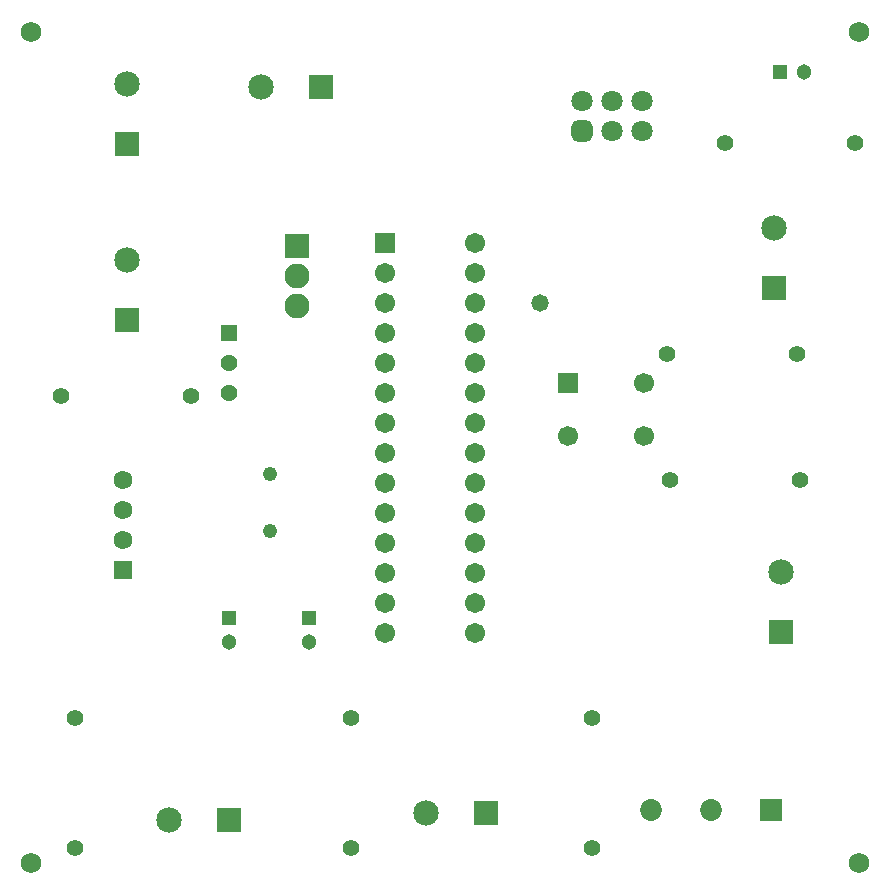
<source format=gbs>
G04*
G04 #@! TF.GenerationSoftware,Altium Limited,Altium Designer,25.2.1 (25)*
G04*
G04 Layer_Color=16711935*
%FSLAX25Y25*%
%MOIN*%
G70*
G04*
G04 #@! TF.SameCoordinates,06D7508E-8D86-4BD8-A93B-F394D34A9F42*
G04*
G04*
G04 #@! TF.FilePolarity,Negative*
G04*
G01*
G75*
%ADD16C,0.07296*%
%ADD17R,0.07296X0.07296*%
%ADD18C,0.08477*%
%ADD19R,0.08477X0.08477*%
%ADD20C,0.05524*%
%ADD21C,0.05635*%
%ADD22R,0.05635X0.05635*%
%ADD23R,0.05131X0.05131*%
%ADD24C,0.05131*%
%ADD25C,0.08320*%
%ADD26R,0.08320X0.08320*%
%ADD27C,0.06800*%
%ADD28C,0.04765*%
%ADD29R,0.05131X0.05131*%
%ADD30R,0.06706X0.06706*%
%ADD31C,0.06706*%
%ADD32R,0.08477X0.08477*%
%ADD33C,0.06698*%
%ADD34R,0.06698X0.06698*%
%ADD35R,0.06272X0.06272*%
%ADD36C,0.06272*%
%ADD37C,0.07099*%
G04:AMPARAMS|DCode=38|XSize=70.99mil|YSize=70.99mil|CornerRadius=19.75mil|HoleSize=0mil|Usage=FLASHONLY|Rotation=0.000|XOffset=0mil|YOffset=0mil|HoleType=Round|Shape=RoundedRectangle|*
%AMROUNDEDRECTD38*
21,1,0.07099,0.03150,0,0,0.0*
21,1,0.03150,0.07099,0,0,0.0*
1,1,0.03950,0.01575,-0.01575*
1,1,0.03950,-0.01575,-0.01575*
1,1,0.03950,-0.01575,0.01575*
1,1,0.03950,0.01575,0.01575*
%
%ADD38ROUNDEDRECTD38*%
%ADD39C,0.05800*%
D16*
X330500Y216000D02*
D03*
X350500D02*
D03*
D17*
X370500D02*
D03*
D18*
X255500Y215000D02*
D03*
X170000Y212555D02*
D03*
X200500Y457000D02*
D03*
X156000Y399500D02*
D03*
Y458000D02*
D03*
X374000Y295500D02*
D03*
X371500Y410000D02*
D03*
D19*
X275500Y215000D02*
D03*
X190000Y212555D02*
D03*
X220500Y457000D02*
D03*
D20*
X335846Y368000D02*
D03*
X379153D02*
D03*
X380153Y326000D02*
D03*
X336846D02*
D03*
X177154Y354000D02*
D03*
X133846D02*
D03*
X138500Y203346D02*
D03*
Y246654D02*
D03*
X230500Y203346D02*
D03*
Y246654D02*
D03*
X311000Y203346D02*
D03*
Y246654D02*
D03*
X398654Y438500D02*
D03*
X355346D02*
D03*
D21*
X190000Y355000D02*
D03*
Y365000D02*
D03*
D22*
Y375000D02*
D03*
D23*
X373563Y462000D02*
D03*
D24*
X381437D02*
D03*
X190000Y272126D02*
D03*
X216500D02*
D03*
D25*
X212500Y383921D02*
D03*
Y393961D02*
D03*
D26*
Y404000D02*
D03*
D27*
X400000Y198500D02*
D03*
Y475500D02*
D03*
X124000D02*
D03*
Y198500D02*
D03*
D28*
X203500Y308894D02*
D03*
Y328106D02*
D03*
D29*
X190000Y280000D02*
D03*
X216500D02*
D03*
D30*
X242000Y405000D02*
D03*
D31*
Y395000D02*
D03*
Y385000D02*
D03*
Y375000D02*
D03*
Y365000D02*
D03*
Y355000D02*
D03*
Y345000D02*
D03*
Y335000D02*
D03*
Y325000D02*
D03*
Y315000D02*
D03*
Y305000D02*
D03*
Y295000D02*
D03*
Y285000D02*
D03*
Y275000D02*
D03*
X272000Y405000D02*
D03*
Y395000D02*
D03*
Y385000D02*
D03*
Y375000D02*
D03*
Y365000D02*
D03*
Y355000D02*
D03*
Y345000D02*
D03*
Y335000D02*
D03*
Y325000D02*
D03*
Y315000D02*
D03*
Y305000D02*
D03*
Y295000D02*
D03*
Y285000D02*
D03*
Y275000D02*
D03*
D32*
X156000Y379500D02*
D03*
Y438000D02*
D03*
X374000Y275500D02*
D03*
X371500Y390000D02*
D03*
D33*
X302705Y340642D02*
D03*
X328295D02*
D03*
Y358358D02*
D03*
D34*
X302705D02*
D03*
D35*
X154500Y296000D02*
D03*
D36*
Y306000D02*
D03*
Y316000D02*
D03*
Y326000D02*
D03*
D37*
X327500Y452500D02*
D03*
Y442500D02*
D03*
X317500Y452500D02*
D03*
Y442500D02*
D03*
X307500Y452500D02*
D03*
D38*
Y442500D02*
D03*
D39*
X293500Y385000D02*
D03*
M02*

</source>
